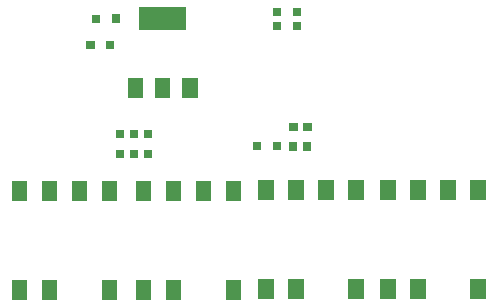
<source format=gbr>
%FSLAX32Y32*%
%MOMM*%
%LNSMD_Maske1*%
G71*
G01*
%LPD*%
G36*
X4456Y6393D02*
X4386Y6393D01*
X4386Y6463D01*
X4456Y6463D01*
X4456Y6393D01*
G37*
G36*
X4289Y6392D02*
X4219Y6392D01*
X4219Y6462D01*
X4289Y6462D01*
X4289Y6392D01*
G37*
G36*
X5161Y5978D02*
X5031Y5978D01*
X5031Y6148D01*
X5161Y6148D01*
X5161Y5978D01*
G37*
G36*
X4931Y5977D02*
X4801Y5977D01*
X4801Y6147D01*
X4931Y6147D01*
X4931Y5977D01*
G37*
G36*
X4701Y5977D02*
X4571Y5977D01*
X4571Y6147D01*
X4701Y6147D01*
X4701Y5977D01*
G37*
G36*
X5065Y6554D02*
X4665Y6554D01*
X4665Y6744D01*
X5065Y6744D01*
X5065Y6554D01*
G37*
G36*
X4504Y6615D02*
X4434Y6615D01*
X4434Y6685D01*
X4504Y6685D01*
X4504Y6615D01*
G37*
G36*
X4337Y6614D02*
X4267Y6614D01*
X4267Y6684D01*
X4337Y6684D01*
X4337Y6614D01*
G37*
G36*
X4481Y5104D02*
X4351Y5104D01*
X4351Y5274D01*
X4481Y5274D01*
X4481Y5104D01*
G37*
G36*
X4227Y5104D02*
X4097Y5104D01*
X4097Y5274D01*
X4227Y5274D01*
X4227Y5104D01*
G37*
G36*
X3973Y5104D02*
X3843Y5104D01*
X3843Y5274D01*
X3973Y5274D01*
X3973Y5104D01*
G37*
G36*
X3719Y5104D02*
X3589Y5104D01*
X3589Y5274D01*
X3719Y5274D01*
X3719Y5104D01*
G37*
G36*
X4481Y4270D02*
X4351Y4270D01*
X4351Y4440D01*
X4481Y4440D01*
X4481Y4270D01*
G37*
G36*
X3973Y4270D02*
X3843Y4270D01*
X3843Y4440D01*
X3973Y4440D01*
X3973Y4270D01*
G37*
G36*
X3719Y4270D02*
X3589Y4270D01*
X3589Y4440D01*
X3719Y4440D01*
X3719Y4270D01*
G37*
G36*
X5529Y5104D02*
X5399Y5104D01*
X5399Y5274D01*
X5529Y5274D01*
X5529Y5104D01*
G37*
G36*
X5275Y5104D02*
X5145Y5104D01*
X5145Y5274D01*
X5275Y5274D01*
X5275Y5104D01*
G37*
G36*
X5021Y5104D02*
X4891Y5104D01*
X4891Y5274D01*
X5021Y5274D01*
X5021Y5104D01*
G37*
G36*
X4767Y5104D02*
X4637Y5104D01*
X4637Y5274D01*
X4767Y5274D01*
X4767Y5104D01*
G37*
G36*
X5529Y4270D02*
X5399Y4270D01*
X5399Y4440D01*
X5529Y4440D01*
X5529Y4270D01*
G37*
G36*
X5021Y4270D02*
X4891Y4270D01*
X4891Y4440D01*
X5021Y4440D01*
X5021Y4270D01*
G37*
G36*
X4767Y4270D02*
X4637Y4270D01*
X4637Y4440D01*
X4767Y4440D01*
X4767Y4270D01*
G37*
G36*
X6568Y5112D02*
X6438Y5112D01*
X6438Y5282D01*
X6568Y5282D01*
X6568Y5112D01*
G37*
G36*
X6314Y5112D02*
X6184Y5112D01*
X6184Y5282D01*
X6314Y5282D01*
X6314Y5112D01*
G37*
G36*
X6060Y5112D02*
X5930Y5112D01*
X5930Y5282D01*
X6060Y5282D01*
X6060Y5112D01*
G37*
G36*
X5806Y5112D02*
X5676Y5112D01*
X5676Y5282D01*
X5806Y5282D01*
X5806Y5112D01*
G37*
G36*
X6568Y4278D02*
X6438Y4278D01*
X6438Y4448D01*
X6568Y4448D01*
X6568Y4278D01*
G37*
G36*
X6060Y4278D02*
X5930Y4278D01*
X5930Y4448D01*
X6060Y4448D01*
X6060Y4278D01*
G37*
G36*
X5806Y4278D02*
X5676Y4278D01*
X5676Y4448D01*
X5806Y4448D01*
X5806Y4278D01*
G37*
G36*
X7600Y5112D02*
X7470Y5112D01*
X7470Y5282D01*
X7600Y5282D01*
X7600Y5112D01*
G37*
G36*
X7346Y5112D02*
X7216Y5112D01*
X7216Y5282D01*
X7346Y5282D01*
X7346Y5112D01*
G37*
G36*
X7092Y5112D02*
X6962Y5112D01*
X6962Y5282D01*
X7092Y5282D01*
X7092Y5112D01*
G37*
G36*
X6838Y5112D02*
X6708Y5112D01*
X6708Y5282D01*
X6838Y5282D01*
X6838Y5112D01*
G37*
G36*
X7600Y4278D02*
X7470Y4278D01*
X7470Y4448D01*
X7600Y4448D01*
X7600Y4278D01*
G37*
G36*
X7092Y4278D02*
X6962Y4278D01*
X6962Y4448D01*
X7092Y4448D01*
X7092Y4278D01*
G37*
G36*
X6838Y4278D02*
X6708Y4278D01*
X6708Y4448D01*
X6838Y4448D01*
X6838Y4278D01*
G37*
G36*
X5869Y5536D02*
X5799Y5536D01*
X5799Y5606D01*
X5869Y5606D01*
X5869Y5536D01*
G37*
G36*
X5702Y5537D02*
X5632Y5537D01*
X5632Y5607D01*
X5702Y5607D01*
X5702Y5537D01*
G37*
G36*
X6008Y5769D02*
X6008Y5699D01*
X5938Y5699D01*
X5938Y5769D01*
X6008Y5769D01*
G37*
G36*
X6007Y5602D02*
X6007Y5532D01*
X5937Y5532D01*
X5937Y5602D01*
X6007Y5602D01*
G37*
G36*
X6127Y5769D02*
X6127Y5699D01*
X6057Y5699D01*
X6057Y5769D01*
X6127Y5769D01*
G37*
G36*
X6126Y5602D02*
X6126Y5532D01*
X6056Y5532D01*
X6056Y5602D01*
X6126Y5602D01*
G37*
G36*
X4540Y5705D02*
X4540Y5635D01*
X4470Y5635D01*
X4470Y5705D01*
X4540Y5705D01*
G37*
G36*
X4539Y5538D02*
X4539Y5468D01*
X4469Y5468D01*
X4469Y5538D01*
X4539Y5538D01*
G37*
G36*
X4659Y5705D02*
X4659Y5635D01*
X4589Y5635D01*
X4589Y5705D01*
X4659Y5705D01*
G37*
G36*
X4658Y5538D02*
X4658Y5468D01*
X4588Y5468D01*
X4588Y5538D01*
X4658Y5538D01*
G37*
G36*
X4778Y5705D02*
X4778Y5635D01*
X4708Y5635D01*
X4708Y5705D01*
X4778Y5705D01*
G37*
G36*
X4777Y5538D02*
X4777Y5468D01*
X4707Y5468D01*
X4707Y5538D01*
X4777Y5538D01*
G37*
G36*
X5799Y6741D02*
X5869Y6741D01*
X5869Y6671D01*
X5799Y6671D01*
X5799Y6741D01*
G37*
G36*
X5966Y6740D02*
X6036Y6740D01*
X6036Y6670D01*
X5966Y6670D01*
X5966Y6740D01*
G37*
G36*
X5799Y6622D02*
X5869Y6622D01*
X5869Y6552D01*
X5799Y6552D01*
X5799Y6622D01*
G37*
G36*
X5966Y6621D02*
X6036Y6621D01*
X6036Y6551D01*
X5966Y6551D01*
X5966Y6621D01*
G37*
M02*

</source>
